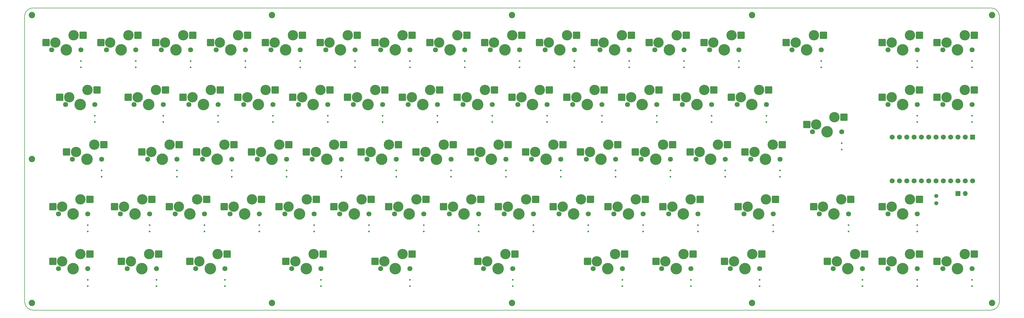
<source format=gbs>
G04 #@! TF.GenerationSoftware,KiCad,Pcbnew,(6.0.2-0)*
G04 #@! TF.CreationDate,2022-03-14T13:33:38+01:00*
G04 #@! TF.ProjectId,lasercut,6c617365-7263-4757-942e-6b696361645f,rev?*
G04 #@! TF.SameCoordinates,Original*
G04 #@! TF.FileFunction,Soldermask,Bot*
G04 #@! TF.FilePolarity,Negative*
%FSLAX46Y46*%
G04 Gerber Fmt 4.6, Leading zero omitted, Abs format (unit mm)*
G04 Created by KiCad (PCBNEW (6.0.2-0)) date 2022-03-14 13:33:38*
%MOMM*%
%LPD*%
G01*
G04 APERTURE LIST*
G04 Aperture macros list*
%AMRoundRect*
0 Rectangle with rounded corners*
0 $1 Rounding radius*
0 $2 $3 $4 $5 $6 $7 $8 $9 X,Y pos of 4 corners*
0 Add a 4 corners polygon primitive as box body*
4,1,4,$2,$3,$4,$5,$6,$7,$8,$9,$2,$3,0*
0 Add four circle primitives for the rounded corners*
1,1,$1+$1,$2,$3*
1,1,$1+$1,$4,$5*
1,1,$1+$1,$6,$7*
1,1,$1+$1,$8,$9*
0 Add four rect primitives between the rounded corners*
20,1,$1+$1,$2,$3,$4,$5,0*
20,1,$1+$1,$4,$5,$6,$7,0*
20,1,$1+$1,$6,$7,$8,$9,0*
20,1,$1+$1,$8,$9,$2,$3,0*%
G04 Aperture macros list end*
G04 #@! TA.AperFunction,Profile*
%ADD10C,0.200000*%
G04 #@! TD*
%ADD11C,1.400000*%
%ADD12R,1.700000X1.700000*%
%ADD13O,1.700000X1.700000*%
%ADD14C,3.600000*%
%ADD15C,1.750000*%
%ADD16C,4.000000*%
%ADD17RoundRect,0.250000X-1.025000X-1.000000X1.025000X-1.000000X1.025000X1.000000X-1.025000X1.000000X0*%
%ADD18C,2.200000*%
%ADD19C,1.752600*%
%ADD20R,1.752600X1.752600*%
%ADD21R,0.500000X0.500000*%
G04 APERTURE END LIST*
D10*
X356581000Y-125053620D02*
X356354000Y-125117010D01*
X22805240Y-125190040D02*
X22570990Y-125163860D01*
X358646000Y-122435340D02*
X358617000Y-122669620D01*
X357015000Y-124873100D02*
X356802000Y-124970930D01*
X20050540Y-122435340D02*
X20039530Y-122199680D01*
X356354000Y-125117010D02*
X356122000Y-125163860D01*
X358571000Y-122899730D02*
X358506000Y-123127100D01*
X358617000Y-122669620D02*
X358571000Y-122899730D01*
X23040890Y-19947690D02*
X355654000Y-19949690D01*
X358327000Y-21587690D02*
X358426000Y-21799690D01*
X358506000Y-123127100D02*
X358426000Y-123348960D01*
X20123600Y-122899730D02*
X20076710Y-122669620D01*
X21891610Y-20177690D02*
X22113480Y-20095690D01*
X358617000Y-22479690D02*
X358646000Y-22713690D01*
X358327000Y-123561190D02*
X358212000Y-123767880D01*
X20040910Y-22949690D02*
X20050540Y-22713690D01*
X22339470Y-20031690D02*
X22570990Y-19984690D01*
X357221000Y-20391690D02*
X357416000Y-20520690D01*
X20483260Y-123767880D02*
X20367510Y-123561190D01*
X356802000Y-20177690D02*
X357015000Y-20275690D01*
X20076710Y-122669620D02*
X20050540Y-122435340D01*
X355890000Y-19958690D02*
X356122000Y-19984690D01*
X20186960Y-22021690D02*
X20269650Y-21799690D01*
X358212000Y-21380690D02*
X358327000Y-21587690D01*
X22570990Y-125163860D02*
X22339470Y-125117010D01*
X20612800Y-123963570D02*
X20483260Y-123767880D01*
X357221000Y-124757320D02*
X357015000Y-124873100D01*
X20269650Y-21799690D02*
X20367510Y-21587690D01*
X20918720Y-124321890D02*
X20758850Y-124148250D01*
X358571000Y-22247690D02*
X358617000Y-22479690D01*
X20612800Y-21185690D02*
X20758850Y-21000690D01*
X20269650Y-123348960D02*
X20186960Y-123127100D01*
X21092360Y-124481730D02*
X20918720Y-124321890D01*
X356581000Y-20095690D02*
X356802000Y-20177690D01*
X358212000Y-123767880D02*
X358080000Y-123963570D01*
X20050540Y-22713690D02*
X20076710Y-22479690D01*
X20918720Y-20826690D02*
X21092360Y-20667690D01*
X358654000Y-122199680D02*
X358646000Y-122435340D01*
X22113480Y-20095690D02*
X22339470Y-20031690D01*
X357934000Y-21000690D02*
X358080000Y-21185690D01*
X20758850Y-21000690D02*
X20918720Y-20826690D01*
X358654000Y-22949690D02*
X358654000Y-122199680D01*
X356354000Y-20031690D02*
X356581000Y-20095690D01*
X21277010Y-124627780D02*
X21092360Y-124481730D01*
X21277010Y-20520690D02*
X21472690Y-20391690D01*
X21891610Y-124970930D02*
X21679380Y-124873100D01*
X20186960Y-123127100D02*
X20123600Y-122899730D01*
X20758850Y-124148250D02*
X20612800Y-123963570D01*
X20039530Y-122199680D02*
X20040910Y-22949690D01*
X358426000Y-123348960D02*
X358327000Y-123561190D01*
X357602000Y-20667690D02*
X357775000Y-20826690D01*
X23040890Y-125199670D02*
X22805240Y-125190040D01*
X356122000Y-19984690D02*
X356354000Y-20031690D01*
X21472690Y-124757320D02*
X21277010Y-124627780D01*
X358080000Y-21185690D02*
X358212000Y-21380690D01*
X20367510Y-123561190D02*
X20269650Y-123348960D01*
X357416000Y-124627780D02*
X357221000Y-124757320D01*
X355654000Y-125199670D02*
X23040890Y-125199670D01*
X356802000Y-124970930D02*
X356581000Y-125053620D01*
X356122000Y-125163860D02*
X355890000Y-125190040D01*
X355890000Y-125190040D02*
X355654000Y-125199670D01*
X22113480Y-125053620D02*
X21891610Y-124970930D01*
X357602000Y-124481730D02*
X357416000Y-124627780D01*
X20076710Y-22479690D02*
X20123600Y-22247690D01*
X21472690Y-20391690D02*
X21679380Y-20275690D01*
X20483260Y-21380690D02*
X20612800Y-21185690D01*
X357775000Y-124321890D02*
X357602000Y-124481730D01*
X21092360Y-20667690D02*
X21277010Y-20520690D01*
X21679380Y-20275690D02*
X21891610Y-20177690D01*
X22570990Y-19984690D02*
X22805240Y-19958690D01*
X357416000Y-20520690D02*
X357602000Y-20667690D01*
X22339470Y-125117010D02*
X22113480Y-125053620D01*
X357015000Y-20275690D02*
X357221000Y-20391690D01*
X357775000Y-20826690D02*
X357934000Y-21000690D01*
X358426000Y-21799690D02*
X358506000Y-22021690D01*
X22805240Y-19958690D02*
X23040890Y-19947690D01*
X355654000Y-19949690D02*
X355890000Y-19958690D01*
X20367510Y-21587690D02*
X20483260Y-21380690D01*
X21679380Y-124873100D02*
X21472690Y-124757320D01*
X357934000Y-124148250D02*
X357775000Y-124321890D01*
X358080000Y-123963570D02*
X357934000Y-124148250D01*
X20123600Y-22247690D02*
X20186960Y-22021690D01*
X358646000Y-22713690D02*
X358654000Y-22949690D01*
X358506000Y-22021690D02*
X358571000Y-22247690D01*
D11*
X336800000Y-88000000D03*
X336800000Y-85460000D03*
D12*
X344260000Y-84600000D03*
D13*
X346800000Y-84600000D03*
D14*
X227565000Y-29445000D03*
X221215000Y-31985000D03*
D15*
X219945000Y-34525000D03*
X230105000Y-34525000D03*
D16*
X225025000Y-34525000D03*
D17*
X217940000Y-31985000D03*
X230867000Y-29445000D03*
D14*
X137077500Y-86595000D03*
X130727500Y-89135000D03*
D15*
X129457500Y-91675000D03*
D17*
X127452500Y-89135000D03*
D16*
X134537500Y-91675000D03*
D15*
X139617500Y-91675000D03*
D17*
X140379500Y-86595000D03*
D14*
X44208750Y-67545000D03*
X37858750Y-70085000D03*
D15*
X36588750Y-72625000D03*
D17*
X47510750Y-67545000D03*
X34583750Y-70085000D03*
D16*
X41668750Y-72625000D03*
D15*
X46748750Y-72625000D03*
D14*
X84690000Y-48495000D03*
X78340000Y-51035000D03*
D17*
X75065000Y-51035000D03*
D15*
X77070000Y-53575000D03*
D17*
X87992000Y-48495000D03*
D16*
X82150000Y-53575000D03*
D15*
X87230000Y-53575000D03*
D14*
X70402500Y-67545000D03*
X64052500Y-70085000D03*
D17*
X73704500Y-67545000D03*
D15*
X72942500Y-72625000D03*
X62782500Y-72625000D03*
D17*
X60777500Y-70085000D03*
D16*
X67862500Y-72625000D03*
D14*
X63258750Y-105645000D03*
X56908750Y-108185000D03*
D15*
X55638750Y-110725000D03*
D16*
X60718750Y-110725000D03*
D15*
X65798750Y-110725000D03*
D17*
X66560750Y-105645000D03*
X53633750Y-108185000D03*
D14*
X151365000Y-29445000D03*
X145015000Y-31985000D03*
D15*
X153905000Y-34525000D03*
D17*
X154667000Y-29445000D03*
D16*
X148825000Y-34525000D03*
D17*
X141740000Y-31985000D03*
D15*
X143745000Y-34525000D03*
D14*
X108502500Y-67545000D03*
X102152500Y-70085000D03*
D17*
X111804500Y-67545000D03*
D15*
X100882500Y-72625000D03*
D17*
X98877500Y-70085000D03*
D16*
X105962500Y-72625000D03*
D15*
X111042500Y-72625000D03*
D14*
X275190000Y-48495000D03*
X268840000Y-51035000D03*
D16*
X272650000Y-53575000D03*
D15*
X267570000Y-53575000D03*
D17*
X265565000Y-51035000D03*
X278492000Y-48495000D03*
D15*
X277730000Y-53575000D03*
D14*
X165652500Y-67545000D03*
X159302500Y-70085000D03*
D15*
X168192500Y-72625000D03*
D17*
X168954500Y-67545000D03*
D15*
X158032500Y-72625000D03*
D16*
X163112500Y-72625000D03*
D17*
X156027500Y-70085000D03*
D14*
X346627500Y-48495000D03*
X340277500Y-51035000D03*
D16*
X344087500Y-53575000D03*
D17*
X337002500Y-51035000D03*
X349929500Y-48495000D03*
D15*
X349167500Y-53575000D03*
X339007500Y-53575000D03*
D14*
X151365000Y-105645000D03*
X145015000Y-108185000D03*
D17*
X154667000Y-105645000D03*
D15*
X153905000Y-110725000D03*
D16*
X148825000Y-110725000D03*
D15*
X143745000Y-110725000D03*
D17*
X141740000Y-108185000D03*
D14*
X156127500Y-86595000D03*
X149777500Y-89135000D03*
D16*
X153587500Y-91675000D03*
D17*
X159429500Y-86595000D03*
D15*
X148507500Y-91675000D03*
X158667500Y-91675000D03*
D17*
X146502500Y-89135000D03*
D14*
X79927500Y-86595000D03*
X73577500Y-89135000D03*
D15*
X82467500Y-91675000D03*
X72307500Y-91675000D03*
D17*
X70302500Y-89135000D03*
X83229500Y-86595000D03*
D16*
X77387500Y-91675000D03*
D14*
X241852500Y-67545000D03*
X235502500Y-70085000D03*
D15*
X234232500Y-72625000D03*
D16*
X239312500Y-72625000D03*
D17*
X232227500Y-70085000D03*
X245154500Y-67545000D03*
D15*
X244392500Y-72625000D03*
D14*
X327577500Y-105645000D03*
X321227500Y-108185000D03*
D16*
X325037500Y-110725000D03*
D15*
X330117500Y-110725000D03*
X319957500Y-110725000D03*
D17*
X330879500Y-105645000D03*
X317952500Y-108185000D03*
D18*
X189350000Y-122700000D03*
D14*
X194227500Y-86595000D03*
X187877500Y-89135000D03*
D17*
X197529500Y-86595000D03*
D15*
X196767500Y-91675000D03*
D16*
X191687500Y-91675000D03*
D17*
X184602500Y-89135000D03*
D15*
X186607500Y-91675000D03*
D14*
X141840000Y-48495000D03*
X135490000Y-51035000D03*
D16*
X139300000Y-53575000D03*
D17*
X132215000Y-51035000D03*
X145142000Y-48495000D03*
D15*
X134220000Y-53575000D03*
X144380000Y-53575000D03*
D14*
X260902500Y-67545000D03*
X254552500Y-70085000D03*
D15*
X253282500Y-72625000D03*
D17*
X264204500Y-67545000D03*
D16*
X258362500Y-72625000D03*
D17*
X251277500Y-70085000D03*
D15*
X263442500Y-72625000D03*
D14*
X346627500Y-29445000D03*
X340277500Y-31985000D03*
D15*
X339007500Y-34525000D03*
D17*
X337002500Y-31985000D03*
X349929500Y-29445000D03*
D15*
X349167500Y-34525000D03*
D16*
X344087500Y-34525000D03*
D14*
X294240000Y-29445000D03*
X287890000Y-31985000D03*
D15*
X296780000Y-34525000D03*
X286620000Y-34525000D03*
D17*
X297542000Y-29445000D03*
X284615000Y-31985000D03*
D16*
X291700000Y-34525000D03*
D14*
X113265000Y-29445000D03*
X106915000Y-31985000D03*
D15*
X105645000Y-34525000D03*
X115805000Y-34525000D03*
D17*
X103640000Y-31985000D03*
D16*
X110725000Y-34525000D03*
D17*
X116567000Y-29445000D03*
D18*
X272750000Y-22450000D03*
D14*
X327577500Y-48495000D03*
X321227500Y-51035000D03*
D15*
X330117500Y-53575000D03*
D17*
X330879500Y-48495000D03*
D16*
X325037500Y-53575000D03*
D17*
X317952500Y-51035000D03*
D15*
X319957500Y-53575000D03*
D14*
X94215000Y-29445000D03*
X87865000Y-31985000D03*
D16*
X91675000Y-34525000D03*
D15*
X96755000Y-34525000D03*
D17*
X84590000Y-31985000D03*
D15*
X86595000Y-34525000D03*
D17*
X97517000Y-29445000D03*
D14*
X184702500Y-67545000D03*
X178352500Y-70085000D03*
D17*
X175077500Y-70085000D03*
D15*
X177082500Y-72625000D03*
D17*
X188004500Y-67545000D03*
D15*
X187242500Y-72625000D03*
D16*
X182162500Y-72625000D03*
D14*
X175177500Y-86595000D03*
X168827500Y-89135000D03*
D15*
X177717500Y-91675000D03*
D17*
X178479500Y-86595000D03*
D16*
X172637500Y-91675000D03*
D15*
X167557500Y-91675000D03*
D17*
X165552500Y-89135000D03*
D14*
X256140000Y-48495000D03*
X249790000Y-51035000D03*
D17*
X246515000Y-51035000D03*
D15*
X258680000Y-53575000D03*
X248520000Y-53575000D03*
D17*
X259442000Y-48495000D03*
D16*
X253600000Y-53575000D03*
D14*
X89452500Y-67545000D03*
X83102500Y-70085000D03*
D16*
X86912500Y-72625000D03*
D15*
X91992500Y-72625000D03*
D17*
X92754500Y-67545000D03*
X79827500Y-70085000D03*
D15*
X81832500Y-72625000D03*
D14*
X160890000Y-48495000D03*
X154540000Y-51035000D03*
D15*
X163430000Y-53575000D03*
D16*
X158350000Y-53575000D03*
D17*
X151265000Y-51035000D03*
D15*
X153270000Y-53575000D03*
D17*
X164192000Y-48495000D03*
D14*
X132315000Y-29445000D03*
X125965000Y-31985000D03*
D15*
X134855000Y-34525000D03*
D16*
X129775000Y-34525000D03*
D17*
X122690000Y-31985000D03*
D15*
X124695000Y-34525000D03*
D17*
X135617000Y-29445000D03*
D14*
X187083750Y-105645000D03*
X180733750Y-108185000D03*
D15*
X179463750Y-110725000D03*
D17*
X177458750Y-108185000D03*
D15*
X189623750Y-110725000D03*
D16*
X184543750Y-110725000D03*
D17*
X190385750Y-105645000D03*
D14*
X232327500Y-86595000D03*
X225977500Y-89135000D03*
D15*
X234867500Y-91675000D03*
X224707500Y-91675000D03*
D17*
X235629500Y-86595000D03*
X222702500Y-89135000D03*
D16*
X229787500Y-91675000D03*
D18*
X105950000Y-22450000D03*
D14*
X118027500Y-86595000D03*
X111677500Y-89135000D03*
D15*
X120567500Y-91675000D03*
D17*
X108402500Y-89135000D03*
D15*
X110407500Y-91675000D03*
D16*
X115487500Y-91675000D03*
D17*
X121329500Y-86595000D03*
D14*
X39446250Y-86595000D03*
X33096250Y-89135000D03*
D15*
X31826250Y-91675000D03*
D16*
X36906250Y-91675000D03*
D17*
X42748250Y-86595000D03*
D15*
X41986250Y-91675000D03*
D17*
X29821250Y-89135000D03*
D14*
X346627500Y-105645000D03*
X340277500Y-108185000D03*
D16*
X344087500Y-110725000D03*
D17*
X349929500Y-105645000D03*
D15*
X349167500Y-110725000D03*
D17*
X337002500Y-108185000D03*
D15*
X339007500Y-110725000D03*
D14*
X39446250Y-105645000D03*
X33096250Y-108185000D03*
D15*
X41986250Y-110725000D03*
D16*
X36906250Y-110725000D03*
D15*
X31826250Y-110725000D03*
D17*
X42748250Y-105645000D03*
X29821250Y-108185000D03*
D14*
X301383750Y-58020000D03*
X295033750Y-60560000D03*
D15*
X293763750Y-63100000D03*
D17*
X304685750Y-58020000D03*
D16*
X298843750Y-63100000D03*
D15*
X303923750Y-63100000D03*
D17*
X291758750Y-60560000D03*
D18*
X105950000Y-122700000D03*
X22550000Y-72575000D03*
D14*
X56115000Y-29445000D03*
X49765000Y-31985000D03*
D17*
X46490000Y-31985000D03*
D16*
X53575000Y-34525000D03*
D15*
X48495000Y-34525000D03*
X58655000Y-34525000D03*
D17*
X59417000Y-29445000D03*
D18*
X22550000Y-122700000D03*
D14*
X222802500Y-67545000D03*
X216452500Y-70085000D03*
D15*
X215182500Y-72625000D03*
X225342500Y-72625000D03*
D17*
X226104500Y-67545000D03*
X213177500Y-70085000D03*
D16*
X220262500Y-72625000D03*
D14*
X60877500Y-86595000D03*
X54527500Y-89135000D03*
D15*
X53257500Y-91675000D03*
D17*
X64179500Y-86595000D03*
D15*
X63417500Y-91675000D03*
D16*
X58337500Y-91675000D03*
D17*
X51252500Y-89135000D03*
D14*
X265665000Y-29445000D03*
X259315000Y-31985000D03*
D15*
X268205000Y-34525000D03*
X258045000Y-34525000D03*
D16*
X263125000Y-34525000D03*
D17*
X268967000Y-29445000D03*
X256040000Y-31985000D03*
D14*
X308527500Y-105645000D03*
X302177500Y-108185000D03*
D16*
X305987500Y-110725000D03*
D17*
X298902500Y-108185000D03*
D15*
X311067500Y-110725000D03*
D17*
X311829500Y-105645000D03*
D15*
X300907500Y-110725000D03*
D14*
X279952500Y-67545000D03*
X273602500Y-70085000D03*
D17*
X270327500Y-70085000D03*
X283254500Y-67545000D03*
D15*
X272332500Y-72625000D03*
D16*
X277412500Y-72625000D03*
D15*
X282492500Y-72625000D03*
D14*
X203752500Y-67545000D03*
X197402500Y-70085000D03*
D17*
X194127500Y-70085000D03*
D16*
X201212500Y-72625000D03*
D15*
X206292500Y-72625000D03*
D17*
X207054500Y-67545000D03*
D15*
X196132500Y-72625000D03*
D14*
X272808750Y-105645000D03*
X266458750Y-108185000D03*
D16*
X270268750Y-110725000D03*
D15*
X265188750Y-110725000D03*
D17*
X263183750Y-108185000D03*
D15*
X275348750Y-110725000D03*
D17*
X276110750Y-105645000D03*
D14*
X41827500Y-48495000D03*
X35477500Y-51035000D03*
D16*
X39287500Y-53575000D03*
D15*
X34207500Y-53575000D03*
D17*
X45129500Y-48495000D03*
X32202500Y-51035000D03*
D15*
X44367500Y-53575000D03*
D18*
X272750000Y-122700000D03*
D14*
X225183750Y-105645000D03*
X218833750Y-108185000D03*
D17*
X215558750Y-108185000D03*
X228485750Y-105645000D03*
D16*
X222643750Y-110725000D03*
D15*
X217563750Y-110725000D03*
X227723750Y-110725000D03*
D14*
X251377500Y-86595000D03*
X245027500Y-89135000D03*
D17*
X254679500Y-86595000D03*
D16*
X248837500Y-91675000D03*
D17*
X241752500Y-89135000D03*
D15*
X253917500Y-91675000D03*
X243757500Y-91675000D03*
D14*
X248996250Y-105645000D03*
X242646250Y-108185000D03*
D15*
X251536250Y-110725000D03*
D16*
X246456250Y-110725000D03*
D15*
X241376250Y-110725000D03*
D17*
X239371250Y-108185000D03*
X252298250Y-105645000D03*
D14*
X277571250Y-86595000D03*
X271221250Y-89135000D03*
D17*
X280873250Y-86595000D03*
D15*
X280111250Y-91675000D03*
D16*
X275031250Y-91675000D03*
D15*
X269951250Y-91675000D03*
D17*
X267946250Y-89135000D03*
D14*
X303765000Y-86595000D03*
X297415000Y-89135000D03*
D15*
X306305000Y-91675000D03*
D17*
X294140000Y-89135000D03*
D16*
X301225000Y-91675000D03*
D17*
X307067000Y-86595000D03*
D15*
X296145000Y-91675000D03*
D14*
X146602500Y-67545000D03*
X140252500Y-70085000D03*
D15*
X138982500Y-72625000D03*
X149142500Y-72625000D03*
D17*
X136977500Y-70085000D03*
D16*
X144062500Y-72625000D03*
D17*
X149904500Y-67545000D03*
D14*
X127552500Y-67545000D03*
X121202500Y-70085000D03*
D17*
X130854500Y-67545000D03*
D15*
X130092500Y-72625000D03*
X119932500Y-72625000D03*
D16*
X125012500Y-72625000D03*
D17*
X117927500Y-70085000D03*
D18*
X356150000Y-22450000D03*
X22550000Y-22450000D03*
X189350000Y-22450000D03*
D14*
X103740000Y-48495000D03*
X97390000Y-51035000D03*
D15*
X106280000Y-53575000D03*
X96120000Y-53575000D03*
D17*
X94115000Y-51035000D03*
X107042000Y-48495000D03*
D16*
X101200000Y-53575000D03*
D14*
X189465000Y-29445000D03*
X183115000Y-31985000D03*
D17*
X192767000Y-29445000D03*
D15*
X192005000Y-34525000D03*
D16*
X186925000Y-34525000D03*
D17*
X179840000Y-31985000D03*
D15*
X181845000Y-34525000D03*
D14*
X237090000Y-48495000D03*
X230740000Y-51035000D03*
D17*
X227465000Y-51035000D03*
X240392000Y-48495000D03*
D16*
X234550000Y-53575000D03*
D15*
X239630000Y-53575000D03*
X229470000Y-53575000D03*
D14*
X37065000Y-29445000D03*
X30715000Y-31985000D03*
D15*
X29445000Y-34525000D03*
D16*
X34525000Y-34525000D03*
D17*
X27440000Y-31985000D03*
D15*
X39605000Y-34525000D03*
D17*
X40367000Y-29445000D03*
D14*
X218040000Y-48495000D03*
X211690000Y-51035000D03*
D15*
X210420000Y-53575000D03*
D17*
X208415000Y-51035000D03*
D15*
X220580000Y-53575000D03*
D17*
X221342000Y-48495000D03*
D16*
X215500000Y-53575000D03*
D14*
X208515000Y-29445000D03*
X202165000Y-31985000D03*
D15*
X211055000Y-34525000D03*
D17*
X211817000Y-29445000D03*
D16*
X205975000Y-34525000D03*
D15*
X200895000Y-34525000D03*
D17*
X198890000Y-31985000D03*
D14*
X246615000Y-29445000D03*
X240265000Y-31985000D03*
D16*
X244075000Y-34525000D03*
D17*
X236990000Y-31985000D03*
D15*
X249155000Y-34525000D03*
X238995000Y-34525000D03*
D17*
X249917000Y-29445000D03*
D14*
X122790000Y-48495000D03*
X116440000Y-51035000D03*
D15*
X125330000Y-53575000D03*
D16*
X120250000Y-53575000D03*
D17*
X113165000Y-51035000D03*
D15*
X115170000Y-53575000D03*
D17*
X126092000Y-48495000D03*
D14*
X98977500Y-86595000D03*
X92627500Y-89135000D03*
D15*
X101517500Y-91675000D03*
D17*
X89352500Y-89135000D03*
D15*
X91357500Y-91675000D03*
D16*
X96437500Y-91675000D03*
D17*
X102279500Y-86595000D03*
D14*
X327577500Y-29445000D03*
X321227500Y-31985000D03*
D15*
X330117500Y-34525000D03*
X319957500Y-34525000D03*
D17*
X317952500Y-31985000D03*
X330879500Y-29445000D03*
D16*
X325037500Y-34525000D03*
D14*
X87071250Y-105645000D03*
X80721250Y-108185000D03*
D17*
X77446250Y-108185000D03*
D15*
X89611250Y-110725000D03*
D17*
X90373250Y-105645000D03*
D15*
X79451250Y-110725000D03*
D16*
X84531250Y-110725000D03*
D14*
X170415000Y-29445000D03*
X164065000Y-31985000D03*
D17*
X173717000Y-29445000D03*
X160790000Y-31985000D03*
D15*
X162795000Y-34525000D03*
D16*
X167875000Y-34525000D03*
D15*
X172955000Y-34525000D03*
D14*
X327577500Y-86595000D03*
X321227500Y-89135000D03*
D16*
X325037500Y-91675000D03*
D17*
X317952500Y-89135000D03*
D15*
X330117500Y-91675000D03*
D17*
X330879500Y-86595000D03*
D15*
X319957500Y-91675000D03*
D14*
X179940000Y-48495000D03*
X173590000Y-51035000D03*
D15*
X172320000Y-53575000D03*
D17*
X170315000Y-51035000D03*
X183242000Y-48495000D03*
D15*
X182480000Y-53575000D03*
D16*
X177400000Y-53575000D03*
D14*
X213277500Y-86595000D03*
X206927500Y-89135000D03*
D15*
X215817500Y-91675000D03*
D17*
X203652500Y-89135000D03*
D15*
X205657500Y-91675000D03*
D16*
X210737500Y-91675000D03*
D17*
X216579500Y-86595000D03*
D19*
X349370000Y-80220000D03*
X346830000Y-80220000D03*
X344290000Y-80220000D03*
X341750000Y-80220000D03*
X339210000Y-80220000D03*
X336670000Y-80220000D03*
X334130000Y-80220000D03*
X331590000Y-80220000D03*
X329050000Y-80220000D03*
X326510000Y-80220000D03*
X323970000Y-80220000D03*
X321430000Y-80220000D03*
X321430000Y-64980000D03*
X323970000Y-64980000D03*
X326510000Y-64980000D03*
X329050000Y-64980000D03*
X331590000Y-64980000D03*
X334130000Y-64980000D03*
X336670000Y-64980000D03*
X339210000Y-64980000D03*
X341750000Y-64980000D03*
X344290000Y-64980000D03*
X346830000Y-64980000D03*
D20*
X349370000Y-64980000D03*
D14*
X120408750Y-105645000D03*
X114058750Y-108185000D03*
D15*
X122948750Y-110725000D03*
D16*
X117868750Y-110725000D03*
D15*
X112788750Y-110725000D03*
D17*
X110783750Y-108185000D03*
X123710750Y-105645000D03*
D14*
X198990000Y-48495000D03*
X192640000Y-51035000D03*
D15*
X191370000Y-53575000D03*
D16*
X196450000Y-53575000D03*
D15*
X201530000Y-53575000D03*
D17*
X189365000Y-51035000D03*
X202292000Y-48495000D03*
D18*
X356150000Y-122700000D03*
D14*
X65640000Y-48495000D03*
X59290000Y-51035000D03*
D17*
X68942000Y-48495000D03*
X56015000Y-51035000D03*
D15*
X58020000Y-53575000D03*
D16*
X63100000Y-53575000D03*
D15*
X68180000Y-53575000D03*
D14*
X75165000Y-29445000D03*
X68815000Y-31985000D03*
D16*
X72625000Y-34525000D03*
D17*
X65540000Y-31985000D03*
D15*
X77705000Y-34525000D03*
D17*
X78467000Y-29445000D03*
D15*
X67545000Y-34525000D03*
D21*
X349167500Y-114655000D03*
X349167500Y-116855000D03*
X44367500Y-57505000D03*
X44367500Y-59705000D03*
X46748750Y-76555000D03*
X46748750Y-78755000D03*
X91992500Y-76555000D03*
X91992500Y-78755000D03*
X101517500Y-95605000D03*
X101517500Y-97805000D03*
X58655000Y-38455000D03*
X58655000Y-40655000D03*
X139617500Y-95605000D03*
X139617500Y-97805000D03*
X77705000Y-38455000D03*
X77705000Y-40655000D03*
X187242500Y-76555000D03*
X187242500Y-78755000D03*
X115805000Y-38455000D03*
X115805000Y-40655000D03*
X122948750Y-114655000D03*
X122948750Y-116855000D03*
X39605000Y-38455000D03*
X39605000Y-40655000D03*
X65798750Y-114655000D03*
X65798750Y-116855000D03*
X306305000Y-95605000D03*
X306305000Y-97805000D03*
X215817500Y-95605000D03*
X215817500Y-97805000D03*
X149142500Y-76555000D03*
X149142500Y-78755000D03*
X125330000Y-57505000D03*
X125330000Y-59705000D03*
X263442500Y-76555000D03*
X263442500Y-78755000D03*
X201530000Y-57505000D03*
X201530000Y-59705000D03*
X277730000Y-57505000D03*
X277730000Y-59705000D03*
X225342500Y-76555000D03*
X225342500Y-78755000D03*
X227723750Y-114655000D03*
X227723750Y-116855000D03*
X168192500Y-76555000D03*
X168192500Y-78755000D03*
X189623750Y-114655000D03*
X189623750Y-116855000D03*
X96755000Y-38455000D03*
X96755000Y-40655000D03*
X172955000Y-38455000D03*
X172955000Y-40655000D03*
X239630000Y-57505000D03*
X239630000Y-59705000D03*
X134855000Y-38455000D03*
X134855000Y-40655000D03*
X280111250Y-95605000D03*
X280111250Y-97805000D03*
X82467500Y-95605000D03*
X82467500Y-97805000D03*
X158667500Y-95605000D03*
X158667500Y-97805000D03*
X244392500Y-76555000D03*
X244392500Y-78755000D03*
X163430000Y-57505000D03*
X163430000Y-59705000D03*
X253917500Y-95605000D03*
X253917500Y-97805000D03*
X249155000Y-38455000D03*
X249155000Y-40655000D03*
X144380000Y-57505000D03*
X144380000Y-59705000D03*
X63417500Y-95605000D03*
X63417500Y-97805000D03*
X177717500Y-95605000D03*
X177717500Y-97805000D03*
X220580000Y-57505000D03*
X220580000Y-59705000D03*
X153905000Y-114655000D03*
X153905000Y-116855000D03*
X41986250Y-95605000D03*
X41986250Y-97805000D03*
X330117500Y-114655000D03*
X330117500Y-116855000D03*
X182480000Y-57505000D03*
X182480000Y-59705000D03*
X120567500Y-95605000D03*
X120567500Y-97805000D03*
X130092500Y-76555000D03*
X130092500Y-78755000D03*
X330117500Y-95605000D03*
X330117500Y-97805000D03*
X211055000Y-38455000D03*
X211055000Y-40655000D03*
X303923750Y-67030000D03*
X303923750Y-69230000D03*
X111042500Y-76555000D03*
X111042500Y-78755000D03*
X330117500Y-38455000D03*
X330117500Y-40655000D03*
X349167500Y-38455000D03*
X349167500Y-40655000D03*
X41986250Y-114655000D03*
X41986250Y-116855000D03*
X230105000Y-38455000D03*
X230105000Y-40655000D03*
X258680000Y-57505000D03*
X258680000Y-59705000D03*
X251536250Y-114655000D03*
X251536250Y-116855000D03*
X192005000Y-38455000D03*
X192005000Y-40655000D03*
X89611250Y-114655000D03*
X89611250Y-116855000D03*
X87230000Y-57505000D03*
X87230000Y-59705000D03*
X311067500Y-114655000D03*
X311067500Y-116855000D03*
X72942500Y-76555000D03*
X72942500Y-78755000D03*
X196767500Y-95605000D03*
X196767500Y-97805000D03*
X349167500Y-57505000D03*
X349167500Y-59705000D03*
X106280000Y-57505000D03*
X106280000Y-59705000D03*
X234867500Y-95605000D03*
X234867500Y-97805000D03*
X68180000Y-57505000D03*
X68180000Y-59705000D03*
X275348750Y-114655000D03*
X275348750Y-116855000D03*
X330117500Y-57505000D03*
X330117500Y-59705000D03*
X153905000Y-38455000D03*
X153905000Y-40655000D03*
X268205000Y-38455000D03*
X268205000Y-40655000D03*
X206292500Y-76555000D03*
X206292500Y-78755000D03*
X296780000Y-38455000D03*
X296780000Y-40655000D03*
X282492500Y-76555000D03*
X282492500Y-78755000D03*
M02*

</source>
